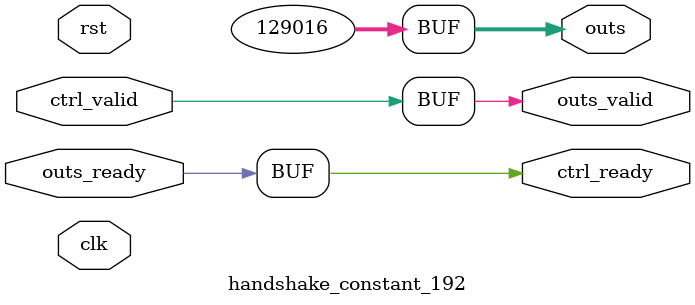
<source format=v>
`timescale 1ns / 1ps
module handshake_constant_192 #(
  parameter DATA_WIDTH = 32  // Default set to 32 bits
) (
  input                       clk,
  input                       rst,
  // Input Channel
  input                       ctrl_valid,
  output                      ctrl_ready,
  // Output Channel
  output [DATA_WIDTH - 1 : 0] outs,
  output                      outs_valid,
  input                       outs_ready
);
  assign outs       = 17'b11111011111111000;
  assign outs_valid = ctrl_valid;
  assign ctrl_ready = outs_ready;

endmodule

</source>
